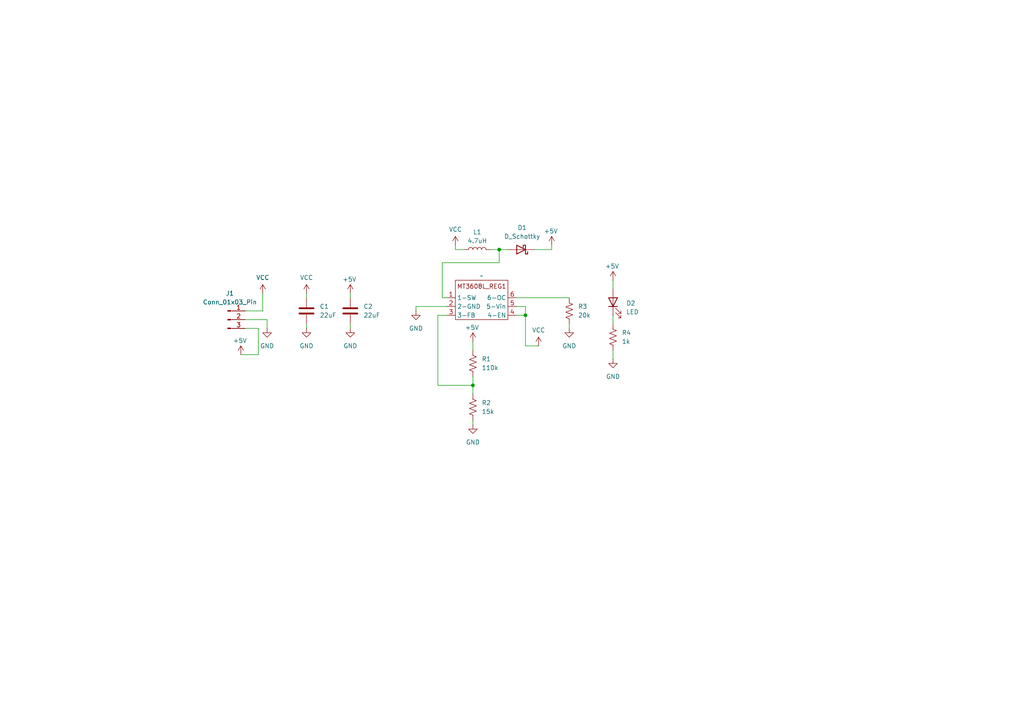
<source format=kicad_sch>
(kicad_sch (version 20250114) (generator "eeschema") (generator_version "9.0")
  (paper "A4")
  (lib_symbols
    (symbol "Connector:Conn_01x03_Pin" (pin_names (offset 1.016) (hide yes))
      (property "Reference" "J" (at 0 5.08 0))
      (property "Value" "Conn_01x03_Pin" (at 0 -5.08 0))
      (symbol "Conn_01x03_Pin_1_1"
        (rectangle (start 0.8636 2.667) (end 0 2.413) (stroke (width 0.1524)) (fill (type outline)))
        (rectangle (start 0.8636 0.127) (end 0 -0.127) (stroke (width 0.1524)) (fill (type outline)))
        (rectangle (start 0.8636 -2.413) (end 0 -2.667) (stroke (width 0.1524)) (fill (type outline)))
        (polyline (pts (xy 1.27 2.54) (xy 0.8636 2.54)) (stroke (width 0.1524)))
        (polyline (pts (xy 1.27 0) (xy 0.8636 0)) (stroke (width 0.1524)))
        (polyline (pts (xy 1.27 -2.54) (xy 0.8636 -2.54)) (stroke (width 0.1524)))
        (pin passive line (at 5.08 2.54 180) (length 3.81) (name "Pin_1") (number "1"))
        (pin passive line (at 5.08 0 180) (length 3.81) (name "Pin_2") (number "2"))
        (pin passive line (at 5.08 -2.54 180) (length 3.81) (name "Pin_3") (number "3"))
      )
    )
    (symbol "Device:C" (pin_numbers (hide yes)) (pin_names (offset 0.254))
      (property "Reference" "C" (at 0.635 2.54 0))
      (property "Value" "C" (at 0.635 -2.54 0))
      (symbol "C_0_1"
        (polyline (pts (xy -2.032 0.762) (xy 2.032 0.762)) (stroke (width 0.508)))
        (polyline (pts (xy -2.032 -0.762) (xy 2.032 -0.762)) (stroke (width 0.508)))
      )
      (symbol "C_1_1"
        (pin passive line (at 0 3.81 270) (length 2.794) (name "~") (number "1"))
        (pin passive line (at 0 -3.81 90) (length 2.794) (name "~") (number "2"))
      )
    )
    (symbol "Device:D_Schottky" (pin_numbers (hide yes)) (pin_names (offset 1.016) (hide yes))
      (property "Reference" "D" (at 0 2.54 0))
      (property "Value" "D_Schottky" (at 0 -2.54 0))
      (symbol "D_Schottky_0_1"
        (polyline (pts (xy -1.905 0.635) (xy -1.905 1.27) (xy -1.27 1.27) (xy -1.27 -1.27) (xy -0.635 -1.27) (xy -0.635 -0.635)) (stroke (width 0.254)))
        (polyline (pts (xy 1.27 1.27) (xy 1.27 -1.27) (xy -1.27 0) (xy 1.27 1.27)) (stroke (width 0.254)))
        (polyline (pts (xy 1.27 0) (xy -1.27 0)))
      )
      (symbol "D_Schottky_1_1"
        (pin passive line (at -3.81 0 0) (length 2.54) (name "K") (number "1"))
        (pin passive line (at 3.81 0 180) (length 2.54) (name "A") (number "2"))
      )
    )
    (symbol "Device:L" (pin_numbers (hide yes)) (pin_names (offset 1.016) (hide yes))
      (property "Reference" "L" (at -1.27 0 90))
      (property "Value" "L" (at 1.905 0 90))
      (symbol "L_0_1"
        (arc (start 0 2.54) (mid 0.6323 1.905) (end 0 1.27))
        (arc (start 0 1.27) (mid 0.6323 0.635) (end 0 0))
        (arc (start 0 0) (mid 0.6323 -0.635) (end 0 -1.27))
        (arc (start 0 -1.27) (mid 0.6323 -1.905) (end 0 -2.54))
      )
      (symbol "L_1_1"
        (pin passive line (at 0 3.81 270) (length 1.27) (name "1") (number "1"))
        (pin passive line (at 0 -3.81 90) (length 1.27) (name "2") (number "2"))
      )
    )
    (symbol "Device:LED" (pin_numbers (hide yes)) (pin_names (offset 1.016) (hide yes))
      (property "Reference" "D" (at 0 2.54 0))
      (property "Value" "LED" (at 0 -2.54 0))
      (symbol "LED_0_1"
        (polyline (pts (xy -3.048 -0.762) (xy -4.572 -2.286) (xy -3.81 -2.286) (xy -4.572 -2.286) (xy -4.572 -1.524)))
        (polyline (pts (xy -1.778 -0.762) (xy -3.302 -2.286) (xy -2.54 -2.286) (xy -3.302 -2.286) (xy -3.302 -1.524)))
        (polyline (pts (xy -1.27 0) (xy 1.27 0)))
        (polyline (pts (xy -1.27 -1.27) (xy -1.27 1.27)) (stroke (width 0.254)))
        (polyline (pts (xy 1.27 -1.27) (xy 1.27 1.27) (xy -1.27 0) (xy 1.27 -1.27)) (stroke (width 0.254)))
      )
      (symbol "LED_1_1"
        (pin passive line (at -3.81 0 0) (length 2.54) (name "K") (number "1"))
        (pin passive line (at 3.81 0 180) (length 2.54) (name "A") (number "2"))
      )
    )
    (symbol "Device:R_US" (pin_numbers (hide yes)) (pin_names (offset 0))
      (property "Reference" "R" (at 2.54 0 90))
      (property "Value" "R_US" (at -2.54 0 90))
      (symbol "R_US_0_1"
        (polyline (pts (xy 0 2.286) (xy 0 2.54)))
        (polyline (pts (xy 0 2.286) (xy 1.016 1.905) (xy 0 1.524) (xy -1.016 1.143) (xy 0 0.762)))
        (polyline (pts (xy 0 0.762) (xy 1.016 0.381) (xy 0 0) (xy -1.016 -0.381) (xy 0 -0.762)))
        (polyline (pts (xy 0 -0.762) (xy 1.016 -1.143) (xy 0 -1.524) (xy -1.016 -1.905) (xy 0 -2.286)))
        (polyline (pts (xy 0 -2.286) (xy 0 -2.54)))
      )
      (symbol "R_US_1_1"
        (pin passive line (at 0 3.81 270) (length 1.27) (name "~") (number "1"))
        (pin passive line (at 0 -3.81 90) (length 1.27) (name "~") (number "2"))
      )
    )
    (symbol "MT3608L_Reg_1"
      (property "Value" "~" (at 0 8.89 0))
      (symbol "MT3608L_Reg_1_0_1"
        (polyline (pts (xy -7.62 7.62) (xy -7.62 -3.81) (xy 7.62 -3.81) (xy 7.62 7.62) (xy -7.62 7.62)))
      )
      (symbol "MT3608L_Reg_1_1_1"
        (text "MT3608L_REG1" (at 0 5.842 0) (effects (font (size 1.27 1.27))))
        (pin output line (at -10.16 2.54 0) (length 2.54) (name "1-SW") (number "1"))
        (pin input line (at -10.16 0 0) (length 2.54) (name "2-GND") (number "2"))
        (pin input line (at -10.16 -2.54 0) (length 2.54) (name "3-FB") (number "3"))
        (pin input line (at 10.16 2.54 180) (length 2.54) (name "6-OC") (number "6"))
        (pin input line (at 10.16 0 180) (length 2.54) (name "5-Vin") (number "5"))
        (pin input line (at 10.16 -2.54 180) (length 2.54) (name "4-EN") (number "4"))
      )
    )
    (symbol "power:+5V" (power) (pin_numbers (hide yes)) (pin_names (offset 0) (hide yes))
      (property "Value" "+5V" (at 0 3.556 0))
      (symbol "+5V_0_1"
        (polyline (pts (xy -0.762 1.27) (xy 0 2.54)))
        (polyline (pts (xy 0 2.54) (xy 0.762 1.27)))
        (polyline (pts (xy 0 0) (xy 0 2.54)))
      )
      (symbol "+5V_1_1"
        (pin power_in line (at 0 0 90) (length 0) (name "~") (number "1"))
      )
    )
    (symbol "power:GND" (power) (pin_numbers (hide yes)) (pin_names (offset 0) (hide yes))
      (property "Value" "GND" (at 0 -3.81 0))
      (symbol "GND_0_1"
        (polyline (pts (xy 0 0) (xy 0 -1.27) (xy 1.27 -1.27) (xy 0 -2.54) (xy -1.27 -1.27) (xy 0 -1.27)))
      )
      (symbol "GND_1_1"
        (pin power_in line (at 0 0 270) (length 0) (name "~") (number "1"))
      )
    )
    (symbol "power:VCC" (power) (pin_numbers (hide yes)) (pin_names (offset 0) (hide yes))
      (property "Value" "VCC" (at 0 3.556 0))
      (symbol "VCC_0_1"
        (polyline (pts (xy -0.762 1.27) (xy 0 2.54)))
        (polyline (pts (xy 0 2.54) (xy 0.762 1.27)))
        (polyline (pts (xy 0 0) (xy 0 2.54)))
      )
      (symbol "VCC_1_1"
        (pin power_in line (at 0 0 90) (length 0) (name "~") (number "1"))
      )
    )
  )
  (junction (at 144.78 72.39))
  (junction (at 152.4 91.44))
  (junction (at 137.16 111.76))
  (wire (pts (xy 129.54 86.36) (xy 128.27 86.36)))
  (wire (pts (xy 137.16 121.92) (xy 137.16 123.19)))
  (wire (pts (xy 76.2 90.17) (xy 71.12 90.17)))
  (wire (pts (xy 128.27 86.36) (xy 128.27 76.2)))
  (wire (pts (xy 88.9 85.09) (xy 88.9 86.36)))
  (wire (pts (xy 137.16 99.06) (xy 137.16 101.6)))
  (wire (pts (xy 101.6 85.09) (xy 101.6 86.36)))
  (wire (pts (xy 152.4 91.44) (xy 152.4 100.33)))
  (wire (pts (xy 127 91.44) (xy 127 111.76)))
  (wire (pts (xy 149.86 88.9) (xy 152.4 88.9)))
  (wire (pts (xy 137.16 109.22) (xy 137.16 111.76)))
  (wire (pts (xy 74.93 95.25) (xy 74.93 102.87)))
  (wire (pts (xy 88.9 93.98) (xy 88.9 95.25)))
  (wire (pts (xy 128.27 76.2) (xy 144.78 76.2)))
  (wire (pts (xy 165.1 93.98) (xy 165.1 95.25)))
  (wire (pts (xy 71.12 92.71) (xy 77.47 92.71)))
  (wire (pts (xy 74.93 102.87) (xy 69.85 102.87)))
  (wire (pts (xy 71.12 95.25) (xy 74.93 95.25)))
  (wire (pts (xy 144.78 72.39) (xy 147.32 72.39)))
  (wire (pts (xy 120.65 88.9) (xy 120.65 90.17)))
  (wire (pts (xy 127 111.76) (xy 137.16 111.76)))
  (wire (pts (xy 120.65 88.9) (xy 129.54 88.9)))
  (wire (pts (xy 152.4 88.9) (xy 152.4 91.44)))
  (wire (pts (xy 149.86 86.36) (xy 165.1 86.36)))
  (wire (pts (xy 156.21 100.33) (xy 152.4 100.33)))
  (wire (pts (xy 132.08 71.12) (xy 132.08 72.39)))
  (wire (pts (xy 177.8 91.44) (xy 177.8 93.98)))
  (wire (pts (xy 101.6 93.98) (xy 101.6 95.25)))
  (wire (pts (xy 144.78 76.2) (xy 144.78 72.39)))
  (wire (pts (xy 129.54 91.44) (xy 127 91.44)))
  (wire (pts (xy 137.16 111.76) (xy 137.16 114.3)))
  (wire (pts (xy 132.08 72.39) (xy 134.62 72.39)))
  (wire (pts (xy 154.94 72.39) (xy 160.02 72.39)))
  (wire (pts (xy 76.2 85.09) (xy 76.2 90.17)))
  (wire (pts (xy 160.02 71.12) (xy 160.02 72.39)))
  (wire (pts (xy 177.8 81.28) (xy 177.8 83.82)))
  (wire (pts (xy 142.24 72.39) (xy 144.78 72.39)))
  (wire (pts (xy 152.4 91.44) (xy 149.86 91.44)))
  (wire (pts (xy 77.47 92.71) (xy 77.47 95.25)))
  (wire (pts (xy 177.8 101.6) (xy 177.8 104.14)))
  (symbol (lib_id "power:+5V") (at 160.02 71.12 0) (unit 1)
    (property "Reference" "#PWR014" (effects (hide yes)))
    (property "Value" "+5V" (at 159.766 67.056 0))
    (property "Description" "Power symbol creates a global label with name \"+5V\"" (effects (hide yes)))
  )
  (symbol (lib_id "power:GND") (at 77.47 95.25 0) (unit 1)
    (property "Reference" "#PWR02" (effects (hide yes)))
    (property "Value" "GND" (at 77.47 100.33 0))
    (property "Description" "Power symbol creates a global label with name \"GND\" , ground" (effects (hide yes)))
  )
  (symbol (lib_id "Device:L") (at 138.43 72.39 90) (unit 1)
    (property "Reference" "L1" (at 138.43 67.31 90))
    (property "Value" "4.7uH" (at 138.43 69.85 90))
    (property "Footprint" "Inductor_SMD:L_1206_3216Metric" (effects (hide yes)))
    (property "Description" "Inductor" (effects (hide yes)))
  )
  (symbol (lib_id "Device:C") (at 101.6 90.17 0) (unit 1)
    (property "Reference" "C2" (at 105.41 88.8999 0) (effects (justify left)))
    (property "Value" "22uF" (at 105.41 91.4399 0) (effects (justify left)))
    (property "Footprint" "Capacitor_SMD:C_1206_3216Metric" (effects (hide yes)))
    (property "Description" "Unpolarized capacitor" (effects (hide yes)))
  )
  (symbol (lib_name "MT3608L_Reg_1") (lib_id "CustomLib:MT3608L_Reg") (at 139.7 88.9 0) (unit 1)
    (property "Reference" "MT3608L_REG2" (effects (hide yes)))
    (property "Value" "~" (at 139.7 80.01 0))
    (property "Footprint" "Package_TO_SOT_SMD:SOT-23-6" (effects (hide yes)))
  )
  (symbol (lib_id "Device:R_US") (at 137.16 105.41 0) (unit 1)
    (property "Reference" "R1" (at 139.7 104.1399 0) (effects (justify left)))
    (property "Value" "110k" (at 139.7 106.6799 0) (effects (justify left)))
    (property "Footprint" "Resistor_SMD:R_0402_1005Metric" (effects (hide yes)))
    (property "Description" "Resistor, US symbol" (effects (hide yes)))
  )
  (symbol (lib_id "power:GND") (at 120.65 90.17 0) (unit 1)
    (property "Reference" "#PWR07" (effects (hide yes)))
    (property "Value" "GND" (at 120.65 95.25 0))
    (property "Description" "Power symbol creates a global label with name \"GND\" , ground" (effects (hide yes)))
  )
  (symbol (lib_id "Device:R_US") (at 177.8 97.79 0) (unit 1)
    (property "Reference" "R4" (at 180.34 96.5199 0) (effects (justify left)))
    (property "Value" "1k" (at 180.34 99.0599 0) (effects (justify left)))
    (property "Footprint" "Resistor_SMD:R_0402_1005Metric" (effects (hide yes)))
    (property "Description" "Resistor, US symbol" (effects (hide yes)))
  )
  (symbol (lib_id "power:GND") (at 101.6 95.25 0) (unit 1)
    (property "Reference" "#PWR06" (effects (hide yes)))
    (property "Value" "GND" (at 101.6 100.33 0))
    (property "Description" "Power symbol creates a global label with name \"GND\" , ground" (effects (hide yes)))
  )
  (symbol (lib_id "power:+5V") (at 69.85 102.87 0) (unit 1)
    (property "Reference" "#PWR03" (effects (hide yes)))
    (property "Value" "+5V" (at 69.596 98.806 0))
    (property "Description" "Power symbol creates a global label with name \"+5V\"" (effects (hide yes)))
  )
  (symbol (lib_id "power:VCC") (at 132.08 71.12 0) (unit 1)
    (property "Reference" "#PWR013" (effects (hide yes)))
    (property "Value" "VCC" (at 132.08 66.548 0))
    (property "Description" "Power symbol creates a global label with name \"VCC\"" (effects (hide yes)))
  )
  (symbol (lib_id "Device:R_US") (at 137.16 118.11 0) (unit 1)
    (property "Reference" "R2" (at 139.7 116.8399 0) (effects (justify left)))
    (property "Value" "15k" (at 139.7 119.3799 0) (effects (justify left)))
    (property "Footprint" "Resistor_SMD:R_0402_1005Metric" (effects (hide yes)))
    (property "Description" "Resistor, US symbol" (effects (hide yes)))
  )
  (symbol (lib_id "power:GND") (at 165.1 95.25 0) (unit 1)
    (property "Reference" "#PWR012" (effects (hide yes)))
    (property "Value" "GND" (at 165.1 100.33 0))
    (property "Description" "Power symbol creates a global label with name \"GND\" , ground" (effects (hide yes)))
  )
  (symbol (lib_id "Connector:Conn_01x03_Pin") (at 66.04 92.71 0) (unit 1)
    (property "Reference" "J1" (at 66.675 85.09 0))
    (property "Value" "Conn_01x03_Pin" (at 66.675 87.63 0))
    (property "Footprint" "Connector_PinSocket_2.54mm:PinSocket_1x03_P2.54mm_Vertical" (effects (hide yes)))
    (property "Description" "Generic connector, single row, 01x03, script generated" (effects (hide yes)))
  )
  (symbol (lib_id "Device:C") (at 88.9 90.17 0) (unit 1)
    (property "Reference" "C1" (at 92.71 88.8999 0) (effects (justify left)))
    (property "Value" "22uF" (at 92.71 91.4399 0) (effects (justify left)))
    (property "Footprint" "Capacitor_SMD:C_1206_3216Metric" (effects (hide yes)))
    (property "Description" "Unpolarized capacitor" (effects (hide yes)))
  )
  (symbol (lib_id "Device:LED") (at 177.8 87.63 90) (unit 1)
    (property "Reference" "D2" (at 181.61 87.9474 90) (effects (justify right)))
    (property "Value" "LED" (at 181.61 90.4874 90) (effects (justify right)))
    (property "Footprint" "LED_THT:LED_D3.0mm" (effects (hide yes)))
    (property "Description" "Light emitting diode" (effects (hide yes)))
    (property "Sim.Pins" "1=K 2=A" (effects (hide yes)))
  )
  (symbol (lib_id "power:VCC") (at 156.21 100.33 0) (unit 1)
    (property "Reference" "#PWR011" (effects (hide yes)))
    (property "Value" "VCC" (at 156.21 95.758 0))
    (property "Description" "Power symbol creates a global label with name \"VCC\"" (effects (hide yes)))
  )
  (symbol (lib_id "power:VCC") (at 76.2 85.09 0) (unit 1)
    (property "Reference" "#PWR01" (effects (hide yes)))
    (property "Value" "VCC" (at 76.2 80.518 0))
    (property "Description" "Power symbol creates a global label with name \"VCC\"" (effects (hide yes)))
  )
  (symbol (lib_id "power:+5V") (at 101.6 85.09 0) (unit 1)
    (property "Reference" "#PWR08" (effects (hide yes)))
    (property "Value" "+5V" (at 101.346 81.026 0))
    (property "Description" "Power symbol creates a global label with name \"+5V\"" (effects (hide yes)))
  )
  (symbol (lib_id "power:GND") (at 88.9 95.25 0) (unit 1)
    (property "Reference" "#PWR05" (effects (hide yes)))
    (property "Value" "GND" (at 88.9 100.33 0))
    (property "Description" "Power symbol creates a global label with name \"GND\" , ground" (effects (hide yes)))
  )
  (symbol (lib_id "power:VCC") (at 88.9 85.09 0) (unit 1)
    (property "Reference" "#PWR04" (effects (hide yes)))
    (property "Value" "VCC" (at 88.9 80.518 0))
    (property "Description" "Power symbol creates a global label with name \"VCC\"" (effects (hide yes)))
  )
  (symbol (lib_id "Device:R_US") (at 165.1 90.17 0) (unit 1)
    (property "Reference" "R3" (at 167.64 88.8999 0) (effects (justify left)))
    (property "Value" "20k" (at 167.64 91.4399 0) (effects (justify left)))
    (property "Footprint" "Resistor_SMD:R_0402_1005Metric" (effects (hide yes)))
    (property "Description" "Resistor, US symbol" (effects (hide yes)))
  )
  (symbol (lib_id "power:GND") (at 137.16 123.19 0) (unit 1)
    (property "Reference" "#PWR010" (effects (hide yes)))
    (property "Value" "GND" (at 137.16 128.27 0))
    (property "Description" "Power symbol creates a global label with name \"GND\" , ground" (effects (hide yes)))
  )
  (symbol (lib_id "power:GND") (at 177.8 104.14 0) (unit 1)
    (property "Reference" "#PWR016" (effects (hide yes)))
    (property "Value" "GND" (at 177.8 109.22 0))
    (property "Description" "Power symbol creates a global label with name \"GND\" , ground" (effects (hide yes)))
  )
  (symbol (lib_id "Device:D_Schottky") (at 151.13 72.39 180) (unit 1)
    (property "Reference" "D1" (at 151.4475 66.04 0))
    (property "Value" "D_Schottky" (at 151.4475 68.58 0))
    (property "Footprint" "Diode_SMD:D_SOD-123" (effects (hide yes)))
    (property "Description" "Schottky diode" (effects (hide yes)))
  )
  (symbol (lib_id "power:+5V") (at 177.8 81.28 0) (unit 1)
    (property "Reference" "#PWR015" (effects (hide yes)))
    (property "Value" "+5V" (at 177.546 77.216 0))
    (property "Description" "Power symbol creates a global label with name \"+5V\"" (effects (hide yes)))
  )
  (symbol (lib_id "power:+5V") (at 137.16 99.06 0) (unit 1)
    (property "Reference" "#PWR09" (effects (hide yes)))
    (property "Value" "+5V" (at 136.906 94.996 0))
    (property "Description" "Power symbol creates a global label with name \"+5V\"" (effects (hide yes)))
  )
)
</source>
